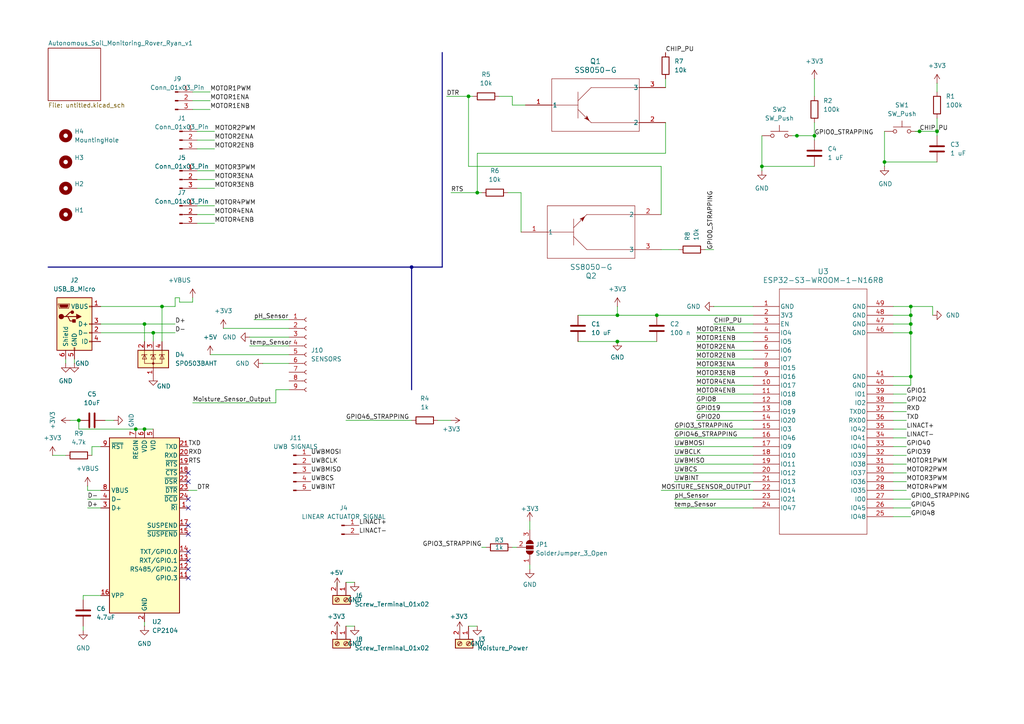
<source format=kicad_sch>
(kicad_sch (version 20231120) (generator "eeschema") (generator_version "8.0")
  (paper "A4")
  (lib_symbols
    (symbol "2024-11-11_01-31-27:SS8050-G" (pin_names (offset 0.254))
      (property "Reference" "Q" (at 20.32 12.7 0))
      (property "Value" "SS8050-G" (at 20.32 10.16 0))
      (symbol "SS8050-G_1_1"
        (pin unspecified line (at 0 0 0) (length 7.62) (name "1") (number "1"))
        (pin unspecified line (at 40.64 -5.08 180) (length 7.62) (name "2") (number "2"))
        (pin unspecified line (at 40.64 5.08 180) (length 7.62) (name "3") (number "3"))
      )
    )
    (symbol "2024-11-21_23-31-15:ESP32-S3-WROOM-1-N16R8" (pin_names (offset 0.254))
      (property "Reference" "U" (at 20.32 10.16 0))
      (property "Value" "ESP32-S3-WROOM-1-N16R8" (at 20.32 7.62 0))
      (symbol "ESP32-S3-WROOM-1-N16R8_0_1"
        (pin power_out line (at 0 0 0) (length 7.62) (name "GND") (number "1"))
        (pin bidirectional line (at 0 -22.86 0) (length 7.62) (name "IO17") (number "10"))
        (pin bidirectional line (at 0 -25.4 0) (length 7.62) (name "IO18") (number "11"))
        (pin bidirectional line (at 0 -27.94 0) (length 7.62) (name "IO8") (number "12"))
        (pin bidirectional line (at 0 -30.48 0) (length 7.62) (name "IO19") (number "13"))
        (pin bidirectional line (at 0 -33.02 0) (length 7.62) (name "IO20") (number "14"))
        (pin bidirectional line (at 0 -35.56 0) (length 7.62) (name "IO3") (number "15"))
        (pin bidirectional line (at 0 -38.1 0) (length 7.62) (name "IO46") (number "16"))
        (pin bidirectional line (at 0 -40.64 0) (length 7.62) (name "IO9") (number "17"))
        (pin bidirectional line (at 0 -43.18 0) (length 7.62) (name "IO10") (number "18"))
        (pin bidirectional line (at 0 -45.72 0) (length 7.62) (name "IO11") (number "19"))
        (pin power_in line (at 0 -2.54 0) (length 7.62) (name "3V3") (number "2"))
        (pin bidirectional line (at 0 -48.26 0) (length 7.62) (name "IO12") (number "20"))
        (pin bidirectional line (at 0 -50.8 0) (length 7.62) (name "IO13") (number "21"))
        (pin bidirectional line (at 0 -53.34 0) (length 7.62) (name "IO14") (number "22"))
        (pin bidirectional line (at 0 -55.88 0) (length 7.62) (name "IO21") (number "23"))
        (pin bidirectional line (at 0 -58.42 0) (length 7.62) (name "IO47") (number "24"))
        (pin bidirectional line (at 40.64 -60.96 180) (length 7.62) (name "IO48") (number "25"))
        (pin bidirectional line (at 40.64 -58.42 180) (length 7.62) (name "IO45") (number "26"))
        (pin bidirectional line (at 40.64 -55.88 180) (length 7.62) (name "IO0") (number "27"))
        (pin bidirectional line (at 40.64 -53.34 180) (length 7.62) (name "IO35") (number "28"))
        (pin bidirectional line (at 40.64 -50.8 180) (length 7.62) (name "IO36") (number "29"))
        (pin input line (at 0 -5.08 0) (length 7.62) (name "EN") (number "3"))
        (pin bidirectional line (at 40.64 -48.26 180) (length 7.62) (name "IO37") (number "30"))
        (pin bidirectional line (at 40.64 -45.72 180) (length 7.62) (name "IO38") (number "31"))
        (pin bidirectional line (at 40.64 -43.18 180) (length 7.62) (name "IO39") (number "32"))
        (pin bidirectional line (at 40.64 -40.64 180) (length 7.62) (name "IO40") (number "33"))
        (pin bidirectional line (at 40.64 -38.1 180) (length 7.62) (name "IO41") (number "34"))
        (pin bidirectional line (at 40.64 -35.56 180) (length 7.62) (name "IO42") (number "35"))
        (pin bidirectional line (at 40.64 -33.02 180) (length 7.62) (name "RXD0") (number "36"))
        (pin bidirectional line (at 40.64 -30.48 180) (length 7.62) (name "TXD0") (number "37"))
        (pin bidirectional line (at 40.64 -27.94 180) (length 7.62) (name "IO2") (number "38"))
        (pin bidirectional line (at 40.64 -25.4 180) (length 7.62) (name "IO1") (number "39"))
        (pin bidirectional line (at 0 -7.62 0) (length 7.62) (name "IO4") (number "4"))
        (pin power_out line (at 40.64 -22.86 180) (length 7.62) (name "GND") (number "40"))
        (pin power_out line (at 40.64 -20.32 180) (length 7.62) (name "GND") (number "41"))
        (pin power_out line (at 40.64 -7.62 180) (length 7.62) (name "GND") (number "46"))
        (pin power_out line (at 40.64 -5.08 180) (length 7.62) (name "GND") (number "47"))
        (pin power_out line (at 40.64 -2.54 180) (length 7.62) (name "GND") (number "48"))
        (pin power_out line (at 40.64 0 180) (length 7.62) (name "GND") (number "49"))
        (pin bidirectional line (at 0 -10.16 0) (length 7.62) (name "IO5") (number "5"))
        (pin bidirectional line (at 0 -12.7 0) (length 7.62) (name "IO6") (number "6"))
        (pin bidirectional line (at 0 -15.24 0) (length 7.62) (name "IO7") (number "7"))
        (pin bidirectional line (at 0 -17.78 0) (length 7.62) (name "IO15") (number "8"))
        (pin bidirectional line (at 0 -20.32 0) (length 7.62) (name "IO16") (number "9"))
      )
    )
    (symbol "Connector:Conn_01x02_Pin" (pin_names (offset 1.016) hide)
      (property "Reference" "J" (at 0 2.54 0))
      (property "Value" "Conn_01x02_Pin" (at 0 -5.08 0))
      (symbol "Conn_01x02_Pin_1_1"
        (pin passive line (at 5.08 0 180) (length 3.81) (name "Pin_1") (number "1"))
        (pin passive line (at 5.08 -2.54 180) (length 3.81) (name "Pin_2") (number "2"))
      )
    )
    (symbol "Connector:Conn_01x03_Pin" (pin_names (offset 1.016) hide)
      (property "Reference" "J" (at 0 5.08 0))
      (property "Value" "Conn_01x03_Pin" (at 0 -5.08 0))
      (symbol "Conn_01x03_Pin_1_1"
        (pin passive line (at 5.08 2.54 180) (length 3.81) (name "Pin_1") (number "1"))
        (pin passive line (at 5.08 0 180) (length 3.81) (name "Pin_2") (number "2"))
        (pin passive line (at 5.08 -2.54 180) (length 3.81) (name "Pin_3") (number "3"))
      )
    )
    (symbol "Connector:Conn_01x05_Pin" (pin_names (offset 1.016) hide)
      (property "Reference" "J" (at 0 7.62 0))
      (property "Value" "Conn_01x05_Pin" (at 0 -7.62 0))
      (symbol "Conn_01x05_Pin_1_1"
        (pin passive line (at 5.08 5.08 180) (length 3.81) (name "Pin_1") (number "1"))
        (pin passive line (at 5.08 2.54 180) (length 3.81) (name "Pin_2") (number "2"))
        (pin passive line (at 5.08 0 180) (length 3.81) (name "Pin_3") (number "3"))
        (pin passive line (at 5.08 -2.54 180) (length 3.81) (name "Pin_4") (number "4"))
        (pin passive line (at 5.08 -5.08 180) (length 3.81) (name "Pin_5") (number "5"))
      )
    )
    (symbol "Connector:Conn_01x09_Socket" (pin_names (offset 1.016) hide)
      (property "Reference" "J" (at 0 12.7 0))
      (property "Value" "Conn_01x09_Socket" (at 0 -12.7 0))
      (symbol "Conn_01x09_Socket_1_1"
        (pin passive line (at -5.08 10.16 0) (length 3.81) (name "Pin_1") (number "1"))
        (pin passive line (at -5.08 7.62 0) (length 3.81) (name "Pin_2") (number "2"))
        (pin passive line (at -5.08 5.08 0) (length 3.81) (name "Pin_3") (number "3"))
        (pin passive line (at -5.08 2.54 0) (length 3.81) (name "Pin_4") (number "4"))
        (pin passive line (at -5.08 0 0) (length 3.81) (name "Pin_5") (number "5"))
        (pin passive line (at -5.08 -2.54 0) (length 3.81) (name "Pin_6") (number "6"))
        (pin passive line (at -5.08 -5.08 0) (length 3.81) (name "Pin_7") (number "7"))
        (pin passive line (at -5.08 -7.62 0) (length 3.81) (name "Pin_8") (number "8"))
        (pin passive line (at -5.08 -10.16 0) (length 3.81) (name "Pin_9") (number "9"))
      )
    )
    (symbol "Connector:Screw_Terminal_01x02" (pin_names (offset 1.016) hide)
      (property "Reference" "J" (at 0 2.54 0))
      (property "Value" "Screw_Terminal_01x02" (at 0 -5.08 0))
      (symbol "Screw_Terminal_01x02_1_1"
        (pin passive line (at -5.08 0 0) (length 3.81) (name "Pin_1") (number "1"))
        (pin passive line (at -5.08 -2.54 0) (length 3.81) (name "Pin_2") (number "2"))
      )
    )
    (symbol "Connector:USB_B_Micro" (pin_names (offset 1.016))
      (property "Reference" "J" (at -5.08 11.43 0))
      (property "Value" "USB_B_Micro" (at -5.08 8.89 0))
      (symbol "USB_B_Micro_1_1"
        (pin power_out line (at 7.62 5.08 180) (length 2.54) (name "VBUS") (number "1"))
        (pin bidirectional line (at 7.62 -2.54 180) (length 2.54) (name "D-") (number "2"))
        (pin bidirectional line (at 7.62 0 180) (length 2.54) (name "D+") (number "3"))
        (pin passive line (at 7.62 -5.08 180) (length 2.54) (name "ID") (number "4"))
        (pin power_out line (at 0 -10.16 90) (length 2.54) (name "GND") (number "5"))
        (pin passive line (at -2.54 -10.16 90) (length 2.54) (name "Shield") (number "6"))
      )
    )
    (symbol "Device:C" (pin_numbers hide) (pin_names (offset 0.254))
      (property "Reference" "C" (at 0.635 2.54 0))
      (property "Value" "C" (at 0.635 -2.54 0))
      (symbol "C_1_1"
        (pin passive line (at 0 3.81 270) (length 2.794) (name "~") (number "1"))
        (pin passive line (at 0 -3.81 90) (length 2.794) (name "~") (number "2"))
      )
    )
    (symbol "Device:R" (pin_numbers hide) (pin_names (offset 0))
      (property "Reference" "R" (at 2.032 0 90))
      (property "Value" "R" (at 0 0 90))
      (symbol "R_1_1"
        (pin passive line (at 0 3.81 270) (length 1.27) (name "~") (number "1"))
        (pin passive line (at 0 -3.81 90) (length 1.27) (name "~") (number "2"))
      )
    )
    (symbol "Interface_USB:CP2104"
      (property "Reference" "U" (at -5.08 28.575 0))
      (property "Value" "CP2104" (at -5.08 26.67 0))
      (symbol "CP2104_1_1"
        (pin input line (at 12.7 5.08 180) (length 2.54) (name "~{RI}") (number "1"))
        (pin no_connect line (at 10.16 -20.32 180) (length 2.54) hide (name "NC") (number "10"))
        (pin bidirectional line (at 12.7 -15.24 180) (length 2.54) (name "GPIO.3") (number "11"))
        (pin bidirectional line (at 12.7 -12.7 180) (length 2.54) (name "RS485/GPIO.2") (number "12"))
        (pin bidirectional line (at 12.7 -10.16 180) (length 2.54) (name "RXT/GPIO.1") (number "13"))
        (pin bidirectional line (at 12.7 -7.62 180) (length 2.54) (name "TXT/GPIO.0") (number "14"))
        (pin output line (at 12.7 -2.54 180) (length 2.54) (name "~{SUSPEND}") (number "15"))
        (pin passive line (at -12.7 -20.32 0) (length 2.54) (name "VPP") (number "16"))
        (pin output line (at 12.7 0 180) (length 2.54) (name "SUSPEND") (number "17"))
        (pin input line (at 12.7 15.24 180) (length 2.54) (name "~{CTS}") (number "18"))
        (pin output line (at 12.7 17.78 180) (length 2.54) (name "~{RTS}") (number "19"))
        (pin power_in line (at 0 -27.94 90) (length 2.54) (name "GND") (number "2"))
        (pin input line (at 12.7 20.32 180) (length 2.54) (name "RXD") (number "20"))
        (pin output line (at 12.7 22.86 180) (length 2.54) (name "TXD") (number "21"))
        (pin input line (at 12.7 12.7 180) (length 2.54) (name "~{DSR}") (number "22"))
        (pin output line (at 12.7 10.16 180) (length 2.54) (name "~{DTR}") (number "23"))
        (pin input line (at 12.7 7.62 180) (length 2.54) (name "~{DCD}") (number "24"))
        (pin passive line (at 0 -27.94 90) (length 2.54) hide (name "GND") (number "25"))
        (pin bidirectional line (at -12.7 5.08 0) (length 2.54) (name "D+") (number "3"))
        (pin bidirectional line (at -12.7 7.62 0) (length 2.54) (name "D-") (number "4"))
        (pin power_in line (at 2.54 27.94 270) (length 2.54) (name "VIO") (number "5"))
        (pin power_in line (at 0 27.94 270) (length 2.54) (name "VDD") (number "6"))
        (pin power_in line (at -2.54 27.94 270) (length 2.54) (name "REGIN") (number "7"))
        (pin input line (at -12.7 10.16 0) (length 2.54) (name "VBUS") (number "8"))
        (pin bidirectional line (at -12.7 22.86 0) (length 2.54) (name "~{RST}") (number "9"))
      )
    )
    (symbol "Jumper:SolderJumper_3_Open" (pin_names (offset 0) hide)
      (property "Reference" "JP" (at -2.54 -2.54 0))
      (property "Value" "SolderJumper_3_Open" (at 0 2.794 0))
      (symbol "SolderJumper_3_Open_1_1"
        (pin passive line (at -5.08 0 0) (length 2.54) (name "A") (number "1"))
        (pin passive line (at 0 -3.81 90) (length 2.54) (name "C") (number "2"))
        (pin passive line (at 5.08 0 180) (length 2.54) (name "B") (number "3"))
      )
    )
    (symbol "Mechanical:MountingHole" (pin_names (offset 1.016)) (exclude_from_sim yes) (in_bom no)
      (property "Reference" "H" (at 0 5.08 0))
      (property "Value" "MountingHole" (at 0 3.175 0))
    )
    (symbol "Power_Protection:SP0503BAHT" (pin_names hide)
      (property "Reference" "D" (at 5.715 2.54 0))
      (property "Value" "SP0503BAHT" (at 5.715 0.635 0))
      (symbol "SP0503BAHT_0_0"
        (pin passive line (at 0 -5.08 90) (length 2.54) (name "A") (number "1"))
      )
      (symbol "SP0503BAHT_1_1"
        (pin passive line (at -2.54 5.08 270) (length 2.54) (name "K") (number "2"))
        (pin passive line (at 0 5.08 270) (length 2.54) (name "K") (number "3"))
        (pin passive line (at 2.54 5.08 270) (length 2.54) (name "K") (number "4"))
      )
    )
    (symbol "Switch:SW_Push" (pin_numbers hide) (pin_names (offset 1.016) hide)
      (property "Reference" "SW" (at 1.27 2.54 0))
      (property "Value" "SW_Push" (at 0 -1.524 0))
      (symbol "SW_Push_0_1"
        (pin passive line (at -5.08 0 0) (length 2.54) (name "1") (number "1"))
        (pin passive line (at 5.08 0 180) (length 2.54) (name "2") (number "2"))
      )
    )
    (symbol "basic:R" (pin_numbers hide) (pin_names (offset 0))
      (property "Value" "R" (at 0 0 90))
      (symbol "R_1_1"
        (pin passive line (at 0 3.81 270) (length 1.27) (name "~") (number "1"))
        (pin passive line (at 0 -3.81 90) (length 1.27) (name "~") (number "2"))
      )
    )
    (symbol "power:+12V" (power) (pin_numbers hide) (pin_names (offset 0) hide)
      (property "Value" "+12V" (at 0 3.556 0))
      (symbol "+12V_1_1"
        (pin power_in line (at 0 0 90) (length 0) (name "~") (number "1"))
      )
    )
    (symbol "power:+3V3" (power) (pin_numbers hide) (pin_names (offset 0) hide)
      (property "Value" "+3V3" (at 0 3.556 0))
      (symbol "+3V3_1_1"
        (pin power_in line (at 0 0 90) (length 0) (name "~") (number "1"))
      )
    )
    (symbol "power:+5V" (power) (pin_numbers hide) (pin_names (offset 0) hide)
      (property "Value" "+5V" (at 0 3.556 0))
      (symbol "+5V_1_1"
        (pin power_in line (at 0 0 90) (length 0) (name "~") (number "1"))
      )
    )
    (symbol "power:GND" (power) (pin_numbers hide) (pin_names (offset 0) hide)
      (property "Value" "GND" (at 0 -3.81 0))
      (symbol "GND_1_1"
        (pin power_in line (at 0 0 270) (length 0) (name "~") (number "1"))
      )
    )
  )
  (junction (at 39.37 124.46))
  (junction (at 190.5 91.44))
  (junction (at 220.98 48.26))
  (junction (at 119.38 77.47))
  (junction (at 44.45 96.52))
  (junction (at 179.07 91.44))
  (junction (at 46.99 88.9))
  (junction (at 135.89 27.94))
  (junction (at 271.78 38.1))
  (junction (at 264.16 93.98))
  (junction (at 138.43 55.88))
  (junction (at 236.22 39.37))
  (junction (at 41.91 124.46))
  (junction (at 22.86 121.92))
  (junction (at 264.16 96.52))
  (junction (at 264.16 88.9))
  (junction (at 256.54 46.99))
  (junction (at 266.7 38.1))
  (junction (at 41.91 93.98))
  (junction (at 231.14 39.37))
  (junction (at 264.16 109.22))
  (junction (at 264.16 91.44))
  (junction (at 179.07 99.06))
  (no_connect (at 54.61 152.4))
  (no_connect (at 54.61 162.56))
  (no_connect (at 54.61 139.7))
  (no_connect (at 54.61 167.64))
  (no_connect (at 54.61 137.16))
  (no_connect (at 54.61 165.1))
  (no_connect (at 54.61 154.94))
  (no_connect (at 54.61 160.02))
  (no_connect (at 54.61 147.32))
  (no_connect (at 54.61 144.78))
  (wire (pts (xy 129.54 27.94) (xy 135.89 27.94)))
  (wire (pts (xy 256.54 46.99) (xy 256.54 48.26)))
  (wire (pts (xy 39.37 124.46) (xy 41.91 124.46)))
  (wire (pts (xy 26.67 132.08) (xy 26.67 129.54)))
  (wire (pts (xy 80.01 116.84) (xy 80.01 113.03)))
  (wire (pts (xy 44.45 96.52) (xy 44.45 99.06)))
  (wire (pts (xy 139.7 158.75) (xy 140.97 158.75)))
  (wire (pts (xy 193.04 44.45) (xy 193.04 35.56)))
  (wire (pts (xy 26.67 129.54) (xy 29.21 129.54)))
  (wire (pts (xy 259.08 119.38) (xy 262.89 119.38)))
  (wire (pts (xy 220.98 48.26) (xy 220.98 49.53)))
  (wire (pts (xy 52.07 87.63) (xy 55.88 87.63)))
  (wire (pts (xy 57.15 64.77) (xy 62.23 64.77)))
  (wire (pts (xy 259.08 127) (xy 262.89 127)))
  (wire (pts (xy 271.78 38.1) (xy 271.78 39.37)))
  (wire (pts (xy 256.54 46.99) (xy 271.78 46.99)))
  (wire (pts (xy 60.96 102.87) (xy 83.82 102.87)))
  (wire (pts (xy 204.47 72.39) (xy 207.01 72.39)))
  (wire (pts (xy 266.7 38.1) (xy 271.78 38.1)))
  (wire (pts (xy 76.2 105.41) (xy 83.82 105.41)))
  (wire (pts (xy 193.04 22.86) (xy 193.04 25.4)))
  (wire (pts (xy 41.91 124.46) (xy 44.45 124.46)))
  (bus (pts (xy 13.97 77.47) (xy 119.38 77.47)))
  (wire (pts (xy 46.99 88.9) (xy 50.8 88.9)))
  (wire (pts (xy 256.54 38.1) (xy 256.54 46.99)))
  (wire (pts (xy 152.4 30.48) (xy 148.59 30.48)))
  (wire (pts (xy 271.78 24.13) (xy 271.78 26.67)))
  (wire (pts (xy 195.58 144.78) (xy 218.44 144.78)))
  (wire (pts (xy 191.77 72.39) (xy 196.85 72.39)))
  (wire (pts (xy 80.01 113.03) (xy 83.82 113.03)))
  (wire (pts (xy 201.93 114.3) (xy 218.44 114.3)))
  (wire (pts (xy 57.15 62.23) (xy 62.23 62.23)))
  (wire (pts (xy 264.16 93.98) (xy 264.16 91.44)))
  (wire (pts (xy 41.91 93.98) (xy 41.91 99.06)))
  (wire (pts (xy 195.58 124.46) (xy 218.44 124.46)))
  (wire (pts (xy 259.08 142.24) (xy 262.89 142.24)))
  (wire (pts (xy 201.93 121.92) (xy 218.44 121.92)))
  (wire (pts (xy 135.89 27.94) (xy 135.89 48.26)))
  (wire (pts (xy 55.88 31.75) (xy 60.96 31.75)))
  (wire (pts (xy 57.15 40.64) (xy 62.23 40.64)))
  (wire (pts (xy 229.87 39.37) (xy 231.14 39.37)))
  (wire (pts (xy 201.93 109.22) (xy 218.44 109.22)))
  (wire (pts (xy 207.01 88.9) (xy 218.44 88.9)))
  (wire (pts (xy 195.58 139.7) (xy 218.44 139.7)))
  (wire (pts (xy 44.45 96.52) (xy 50.8 96.52)))
  (wire (pts (xy 57.15 49.53) (xy 62.23 49.53)))
  (wire (pts (xy 195.58 129.54) (xy 218.44 129.54)))
  (wire (pts (xy 195.58 137.16) (xy 218.44 137.16)))
  (wire (pts (xy 73.66 92.71) (xy 83.82 92.71)))
  (wire (pts (xy 264.16 111.76) (xy 264.16 109.22)))
  (wire (pts (xy 25.4 147.32) (xy 29.21 147.32)))
  (wire (pts (xy 264.16 88.9) (xy 270.51 88.9)))
  (wire (pts (xy 97.79 182.88) (xy 97.79 181.61)))
  (wire (pts (xy 57.15 52.07) (xy 62.23 52.07)))
  (wire (pts (xy 57.15 54.61) (xy 62.23 54.61)))
  (wire (pts (xy 220.98 39.37) (xy 220.98 48.26)))
  (wire (pts (xy 201.93 116.84) (xy 218.44 116.84)))
  (wire (pts (xy 179.07 88.9) (xy 179.07 91.44)))
  (wire (pts (xy 50.8 86.36) (xy 52.07 86.36)))
  (wire (pts (xy 72.39 100.33) (xy 83.82 100.33)))
  (wire (pts (xy 127 121.92) (xy 130.81 121.92)))
  (wire (pts (xy 29.21 96.52) (xy 44.45 96.52)))
  (wire (pts (xy 135.89 27.94) (xy 137.16 27.94)))
  (wire (pts (xy 153.67 151.13) (xy 153.67 153.67)))
  (wire (pts (xy 207.01 93.98) (xy 218.44 93.98)))
  (wire (pts (xy 138.43 55.88) (xy 139.7 55.88)))
  (wire (pts (xy 55.88 29.21) (xy 60.96 29.21)))
  (wire (pts (xy 201.93 106.68) (xy 218.44 106.68)))
  (wire (pts (xy 55.88 116.84) (xy 80.01 116.84)))
  (wire (pts (xy 236.22 22.86) (xy 236.22 27.94)))
  (wire (pts (xy 22.86 121.92) (xy 22.86 124.46)))
  (wire (pts (xy 55.88 87.63) (xy 55.88 86.36)))
  (wire (pts (xy 20.32 121.92) (xy 22.86 121.92)))
  (wire (pts (xy 259.08 134.62) (xy 262.89 134.62)))
  (wire (pts (xy 100.33 168.91) (xy 102.87 168.91)))
  (wire (pts (xy 97.79 170.18) (xy 97.79 168.91)))
  (wire (pts (xy 201.93 99.06) (xy 218.44 99.06)))
  (wire (pts (xy 167.64 91.44) (xy 179.07 91.44)))
  (wire (pts (xy 259.08 96.52) (xy 264.16 96.52)))
  (wire (pts (xy 130.81 55.88) (xy 138.43 55.88)))
  (wire (pts (xy 195.58 134.62) (xy 218.44 134.62)))
  (wire (pts (xy 46.99 99.06) (xy 46.99 88.9)))
  (wire (pts (xy 195.58 147.32) (xy 218.44 147.32)))
  (wire (pts (xy 259.08 111.76) (xy 264.16 111.76)))
  (wire (pts (xy 151.13 55.88) (xy 147.32 55.88)))
  (bus (pts (xy 128.27 15.24) (xy 128.27 77.47)))
  (wire (pts (xy 259.08 88.9) (xy 264.16 88.9)))
  (wire (pts (xy 259.08 129.54) (xy 262.89 129.54)))
  (wire (pts (xy 259.08 91.44) (xy 264.16 91.44)))
  (wire (pts (xy 236.22 39.37) (xy 236.22 35.56)))
  (wire (pts (xy 52.07 86.36) (xy 52.07 87.63)))
  (wire (pts (xy 151.13 67.31) (xy 151.13 55.88)))
  (wire (pts (xy 264.16 91.44) (xy 264.16 88.9)))
  (wire (pts (xy 135.89 181.61) (xy 138.43 181.61)))
  (wire (pts (xy 236.22 39.37) (xy 236.22 40.64)))
  (wire (pts (xy 24.13 173.99) (xy 24.13 172.72)))
  (wire (pts (xy 148.59 158.75) (xy 149.86 158.75)))
  (wire (pts (xy 179.07 91.44) (xy 190.5 91.44)))
  (wire (pts (xy 33.02 121.92) (xy 30.48 121.92)))
  (wire (pts (xy 57.15 59.69) (xy 62.23 59.69)))
  (wire (pts (xy 29.21 142.24) (xy 25.4 142.24)))
  (wire (pts (xy 50.8 88.9) (xy 50.8 86.36)))
  (wire (pts (xy 148.59 30.48) (xy 148.59 27.94)))
  (wire (pts (xy 259.08 114.3) (xy 262.89 114.3)))
  (wire (pts (xy 201.93 96.52) (xy 218.44 96.52)))
  (wire (pts (xy 19.05 105.41) (xy 19.05 104.14)))
  (wire (pts (xy 29.21 93.98) (xy 41.91 93.98)))
  (wire (pts (xy 259.08 132.08) (xy 262.89 132.08)))
  (wire (pts (xy 259.08 109.22) (xy 264.16 109.22)))
  (wire (pts (xy 259.08 124.46) (xy 262.89 124.46)))
  (wire (pts (xy 64.77 95.25) (xy 83.82 95.25)))
  (wire (pts (xy 195.58 132.08) (xy 218.44 132.08)))
  (wire (pts (xy 259.08 93.98) (xy 264.16 93.98)))
  (wire (pts (xy 25.4 144.78) (xy 29.21 144.78)))
  (wire (pts (xy 41.91 181.61) (xy 41.91 180.34)))
  (wire (pts (xy 100.33 181.61) (xy 102.87 181.61)))
  (wire (pts (xy 201.93 101.6) (xy 218.44 101.6)))
  (wire (pts (xy 264.16 109.22) (xy 264.16 96.52)))
  (wire (pts (xy 259.08 121.92) (xy 262.89 121.92)))
  (wire (pts (xy 201.93 104.14) (xy 218.44 104.14)))
  (bus (pts (xy 119.38 77.47) (xy 128.27 77.47)))
  (wire (pts (xy 191.77 142.24) (xy 218.44 142.24)))
  (wire (pts (xy 21.59 104.14) (xy 21.59 105.41)))
  (wire (pts (xy 201.93 111.76) (xy 218.44 111.76)))
  (wire (pts (xy 100.33 121.92) (xy 119.38 121.92)))
  (bus (pts (xy 119.38 77.47) (xy 119.38 113.03)))
  (wire (pts (xy 153.67 163.83) (xy 153.67 165.1)))
  (wire (pts (xy 259.08 144.78) (xy 264.16 144.78)))
  (wire (pts (xy 22.86 124.46) (xy 39.37 124.46)))
  (wire (pts (xy 29.21 88.9) (xy 46.99 88.9)))
  (wire (pts (xy 220.98 48.26) (xy 236.22 48.26)))
  (wire (pts (xy 15.24 132.08) (xy 19.05 132.08)))
  (wire (pts (xy 231.14 39.37) (xy 236.22 39.37)))
  (wire (pts (xy 57.15 38.1) (xy 62.23 38.1)))
  (wire (pts (xy 57.15 43.18) (xy 62.23 43.18)))
  (wire (pts (xy 270.51 88.9) (xy 270.51 91.44)))
  (wire (pts (xy 259.08 139.7) (xy 262.89 139.7)))
  (wire (pts (xy 133.35 182.88) (xy 133.35 181.61)))
  (wire (pts (xy 259.08 116.84) (xy 262.89 116.84)))
  (wire (pts (xy 41.91 93.98) (xy 50.8 93.98)))
  (wire (pts (xy 148.59 27.94) (xy 144.78 27.94)))
  (wire (pts (xy 259.08 147.32) (xy 264.16 147.32)))
  (wire (pts (xy 271.78 38.1) (xy 271.78 34.29)))
  (wire (pts (xy 57.15 142.24) (xy 54.61 142.24)))
  (wire (pts (xy 138.43 44.45) (xy 193.04 44.45)))
  (wire (pts (xy 195.58 127) (xy 218.44 127)))
  (wire (pts (xy 24.13 182.88) (xy 24.13 181.61)))
  (wire (pts (xy 135.89 48.26) (xy 191.77 48.26)))
  (wire (pts (xy 179.07 99.06) (xy 190.5 99.06)))
  (wire (pts (xy 25.4 142.24) (xy 25.4 140.97)))
  (wire (pts (xy 259.08 137.16) (xy 262.89 137.16)))
  (wire (pts (xy 259.08 149.86) (xy 264.16 149.86)))
  (wire (pts (xy 201.93 119.38) (xy 218.44 119.38)))
  (wire (pts (xy 265.43 38.1) (xy 266.7 38.1)))
  (wire (pts (xy 190.5 91.44) (xy 218.44 91.44)))
  (wire (pts (xy 24.13 172.72) (xy 29.21 172.72)))
  (wire (pts (xy 264.16 96.52) (xy 264.16 93.98)))
  (wire (pts (xy 191.77 48.26) (xy 191.77 62.23)))
  (wire (pts (xy 138.43 55.88) (xy 138.43 44.45)))
  (wire (pts (xy 72.39 97.79) (xy 83.82 97.79)))
  (wire (pts (xy 55.88 26.67) (xy 60.96 26.67)))
  (wire (pts (xy 167.64 99.06) (xy 179.07 99.06)))
  (label "UWBCLK" (at 90.17 134.62 0))
  (label "pH_Sensor" (at 195.58 144.78 0))
  (label "MOTOR4ENB" (at 201.93 114.3 0))
  (label "TXD" (at 262.89 121.92 0))
  (label "CHIP_PU" (at 207.01 93.98 0))
  (label "GPIO0_STRAPPING" (at 236.22 39.37 0))
  (label "GPIO39" (at 262.89 132.08 0))
  (label "RXD" (at 54.61 132.08 0))
  (label "MOTOR1ENA" (at 60.96 29.21 0))
  (label "MOTOR4ENB" (at 62.23 64.77 0))
  (label "MOTOR4PWM" (at 262.89 142.24 0))
  (label "GPIO46_STRAPPING" (at 195.58 127 0))
  (label "temp_Sensor" (at 195.58 147.32 0))
  (label "temp_Sensor" (at 72.39 100.33 0))
  (label "GPIO3_STRAPPING" (at 139.7 158.75 180))
  (label "GPIO0_STRAPPING" (at 264.16 144.78 0))
  (label "GPIO2" (at 262.89 116.84 0))
  (label "UWBMOSI" (at 195.58 129.54 0))
  (label "LINACT+" (at 262.89 124.46 0))
  (label "MOTOR3ENA" (at 201.93 106.68 0))
  (label "UWBCS" (at 195.58 137.16 0))
  (label "MOTOR3ENB" (at 62.23 54.61 0))
  (label "TXD" (at 54.61 129.54 0))
  (label "MOTOR1ENB" (at 60.96 31.75 0))
  (label "GPIO8" (at 201.93 116.84 0))
  (label "CHIP_PU" (at 266.7 38.1 0))
  (label "MOTOR1ENA" (at 201.93 96.52 0))
  (label "UWBINT" (at 90.17 142.24 0))
  (label "GPIO46_STRAPPING" (at 100.33 121.92 0))
  (label "MOSITURE_SENSOR_OUTPUT" (at 191.77 142.24 0))
  (label "LINACT-" (at 262.89 127 0))
  (label "D-" (at 50.8 96.52 0))
  (label "GPIO45" (at 264.16 147.32 0))
  (label "UWBINT" (at 195.58 139.7 0))
  (label "MOTOR1ENB" (at 201.93 99.06 0))
  (label "LINACT-" (at 104.14 154.94 0))
  (label "UWBMOSI" (at 90.17 132.08 0))
  (label "pH_Sensor" (at 73.66 92.71 0))
  (label "MOTOR3ENB" (at 201.93 109.22 0))
  (label "LINACT+" (at 104.14 152.4 0))
  (label "MOTOR2ENB" (at 62.23 43.18 0))
  (label "MOTOR2ENA" (at 201.93 101.6 0))
  (label "Moisture_Sensor_Output" (at 55.88 116.84 0))
  (label "GPIO1" (at 262.89 114.3 0))
  (label "UWBMISO" (at 195.58 134.62 0))
  (label "RXD" (at 262.89 119.38 0))
  (label "GPIO40" (at 262.89 129.54 0))
  (label "GPIO20" (at 201.93 121.92 0))
  (label "RTS" (at 54.61 134.62 0))
  (label "MOTOR2PWM" (at 262.89 137.16 0))
  (label "D+" (at 25.4 147.32 0))
  (label "MOTOR4ENA" (at 201.93 111.76 0))
  (label "GPIO19" (at 201.93 119.38 0))
  (label "UWBCLK" (at 195.58 132.08 0))
  (label "MOTOR4PWM" (at 62.23 59.69 0))
  (label "MOTOR1PWM" (at 60.96 26.67 0))
  (label "DTR" (at 57.15 142.24 0))
  (label "MOTOR3PWM" (at 62.23 49.53 0))
  (label "GPIO48" (at 264.16 149.86 0))
  (label "DTR" (at 129.54 27.94 0))
  (label "CHIP_PU" (at 193.04 15.24 0))
  (label "RTS" (at 130.81 55.88 0))
  (label "GPIO0_STRAPPING" (at 207.01 72.39 90))
  (label "MOTOR1PWM" (at 262.89 134.62 0))
  (label "MOTOR3ENA" (at 62.23 52.07 0))
  (label "MOTOR4ENA" (at 62.23 62.23 0))
  (label "UWBMISO" (at 90.17 137.16 0))
  (label "MOTOR2PWM" (at 62.23 38.1 0))
  (label "D+" (at 50.8 93.98 0))
  (label "MOTOR3PWM" (at 262.89 139.7 0))
  (label "D-" (at 25.4 144.78 0))
  (label "MOTOR2ENA" (at 62.23 40.64 0))
  (label "GPIO3_STRAPPING" (at 195.58 124.46 0))
  (label "MOTOR2ENB" (at 201.93 104.14 0))
  (label "UWBCS" (at 90.17 139.7 0))
  (symbol (lib_id "Device:C") (at 236.22 44.45 0) (unit 1)
    (property "Reference" "C4" (at 240.03 43.1799 0) (effects (justify left)))
    (property "Value" "1 uF" (at 240.03 45.7199 0) (effects (justify left)))
    (property "Footprint" "Capacitor_SMD:C_0805_2012Metric_Pad1.18x1.45mm_HandSolder" (effects (hide yes)))
    (property "Description" "Unpolarized capacitor" (effects (hide yes)))
  )
  (symbol (lib_id "power:+3V3") (at 15.24 132.08 0) (unit 1)
    (property "Reference" "#PWR033" (effects (hide yes)))
    (property "Value" "+3V3" (at 15.24 127 0))
    (property "Description" "Power symbol creates a global label with name \"+3V3\"" (effects (hide yes)))
  )
  (symbol (lib_id "power:GND") (at 19.05 105.41 0) (unit 1)
    (property "Reference" "#PWR034" (effects (hide yes)))
    (property "Value" "GND" (at 19.05 110.49 0))
    (property "Description" "Power symbol creates a global label with name \"GND\" , ground" (effects (hide yes)))
  )
  (symbol (lib_id "Connector:Conn_01x02_Pin") (at 99.06 152.4 0) (unit 1)
    (property "Reference" "J4" (at 99.695 147.32 0))
    (property "Value" "LINEAR ACTUATOR SIGNAL" (at 99.695 149.86 0))
    (property "Footprint" "TerminalBlock_Phoenix:TerminalBlock_Phoenix_MKDS-1,5-2-5.08_1x02_P5.08mm_Horizontal" (effects (hide yes)))
    (property "Description" "Generic connector, single row, 01x02, script generated" (effects (hide yes)))
  )
  (symbol (lib_id "power:GND") (at 76.2 105.41 270) (unit 1)
    (property "Reference" "#PWR051" (effects (hide yes)))
    (property "Value" "GND" (at 72.39 105.4099 90) (effects (justify right)))
    (property "Description" "Power symbol creates a global label with name \"GND\" , ground" (effects (hide yes)))
  )
  (symbol (lib_id "Device:C") (at 271.78 43.18 0) (unit 1)
    (property "Reference" "C3" (at 275.59 41.9099 0) (effects (justify left)))
    (property "Value" "1 uF" (at 275.59 44.4499 0) (effects (justify left)))
    (property "Footprint" "Capacitor_SMD:C_0805_2012Metric_Pad1.18x1.45mm_HandSolder" (effects (hide yes)))
    (property "Description" "Unpolarized capacitor" (effects (hide yes)))
  )
  (symbol (lib_id "Interface_USB:CP2104") (at 41.91 152.4 0) (unit 1)
    (property "Reference" "U2" (at 44.1041 180.34 0) (effects (justify left)))
    (property "Value" "CP2104" (at 44.1041 182.88 0) (effects (justify left)))
    (property "Footprint" "Package_DFN_QFN:QFN-24-1EP_4x4mm_P0.5mm_EP2.6x2.6mm" (effects (hide yes)))
    (property "Datasheet" "https://www.silabs.com/documents/public/data-sheets/cp2104.pdf" (effects (hide yes)))
    (property "Description" "Single-Chip USB-to-UART Bridge, USB 2.0 Full-Speed, 2Mbps UART, QFN-24" (effects (hide yes)))
  )
  (symbol (lib_id "Device:R") (at 140.97 27.94 270) (unit 1)
    (property "Reference" "R5" (at 140.97 21.59 90))
    (property "Value" "10k" (at 140.97 24.13 90))
    (property "Footprint" "Resistor_SMD:R_0805_2012Metric_Pad1.20x1.40mm_HandSolder" (effects (hide yes)))
    (property "Description" "Resistor" (effects (hide yes)))
  )
  (symbol (lib_id "power:GND") (at 102.87 168.91 0) (unit 1)
    (property "Reference" "#PWR028" (effects (hide yes)))
    (property "Value" "GND" (at 102.87 173.99 0))
    (property "Description" "Power symbol creates a global label with name \"GND\" , ground" (effects (hide yes)))
  )
  (symbol (lib_id "Connector:Screw_Terminal_01x02") (at 135.89 186.69 270) (unit 1)
    (property "Reference" "J3" (at 138.43 185.4199 90) (effects (justify left)))
    (property "Value" "Moisture_Power" (at 138.43 187.9599 90) (effects (justify left)))
    (property "Footprint" "TerminalBlock_Phoenix:TerminalBlock_Phoenix_MKDS-1,5-2-5.08_1x02_P5.08mm_Horizontal" (effects (hide yes)))
    (property "Description" "Generic screw terminal, single row, 01x02, script generated (kicad-library-utils/schlib/autogen/connector/)" (effects (hide yes)))
  )
  (symbol (lib_id "power:GND") (at 138.43 181.61 0) (unit 1)
    (property "Reference" "#PWR012" (effects (hide yes)))
    (property "Value" "GND" (at 138.43 186.69 0))
    (property "Description" "Power symbol creates a global label with name \"GND\" , ground" (effects (hide yes)))
  )
  (symbol (lib_id "power:+3V3") (at 153.67 151.13 0) (unit 1)
    (property "Reference" "#PWR08" (effects (hide yes)))
    (property "Value" "+3V3" (at 153.67 147.5542 0))
  )
  (symbol (lib_id "Connector:Conn_01x03_Pin") (at 52.07 40.64 0) (unit 1)
    (property "Reference" "J1" (at 52.705 34.29 0))
    (property "Value" "Conn_01x03_Pin" (at 52.705 36.83 0))
    (property "Footprint" "Connector_PinHeader_1.00mm:PinHeader_1x03_P1.00mm_Horizontal" (effects (hide yes)))
    (property "Description" "Generic connector, single row, 01x03, script generated" (effects (hide yes)))
  )
  (symbol (lib_id "power:GND") (at 256.54 48.26 0) (unit 1)
    (property "Reference" "#PWR04" (effects (hide yes)))
    (property "Value" "GND" (at 256.794 53.34 0))
    (property "Description" "Power symbol creates a global label with name \"GND\" , ground" (effects (hide yes)))
  )
  (symbol (lib_id "power:+3V3") (at 60.96 102.87 0) (unit 1)
    (property "Reference" "#PWR070" (effects (hide yes)))
    (property "Value" "+5V" (at 60.96 97.79 0))
    (property "Description" "Power symbol creates a global label with name \"+3V3\"" (effects (hide yes)))
  )
  (symbol (lib_id "Connector:Screw_Terminal_01x02") (at 100.33 173.99 270) (unit 1)
    (property "Reference" "J6" (at 102.87 172.7199 90) (effects (justify left)))
    (property "Value" "Screw_Terminal_01x02" (at 102.87 175.2599 90) (effects (justify left)))
    (property "Footprint" "TerminalBlock_Phoenix:TerminalBlock_Phoenix_MKDS-1,5-2-5.08_1x02_P5.08mm_Horizontal" (effects (hide yes)))
    (property "Description" "Generic screw terminal, single row, 01x02, script generated (kicad-library-utils/schlib/autogen/connector/)" (effects (hide yes)))
  )
  (symbol (lib_id "power:GND") (at 153.67 165.1 0) (unit 1)
    (property "Reference" "#PWR09" (effects (hide yes)))
    (property "Value" "GND" (at 153.67 169.5434 0))
  )
  (symbol (lib_id "power:+12V") (at 97.79 170.18 0) (unit 1)
    (property "Reference" "#PWR027" (effects (hide yes)))
    (property "Value" "+5V" (at 97.536 166.116 0))
    (property "Description" "Power symbol creates a global label with name \"+12V\"" (effects (hide yes)))
  )
  (symbol (lib_id "power:GND") (at 33.02 121.92 90) (unit 1)
    (property "Reference" "#PWR021" (effects (hide yes)))
    (property "Value" "GND" (at 38.1 121.92 0))
    (property "Description" "Power symbol creates a global label with name \"GND\" , ground" (effects (hide yes)))
  )
  (symbol (lib_id "Connector:Conn_01x09_Socket") (at 88.9 102.87 0) (unit 1)
    (property "Reference" "J10" (at 90.17 101.5999 0) (effects (justify left)))
    (property "Value" "SENSORS" (at 90.17 104.1399 0) (effects (justify left)))
    (property "Footprint" "Connector_PinHeader_2.54mm:PinHeader_1x09_P2.54mm_Vertical" (effects (hide yes)))
    (property "Description" "Generic connector, single row, 01x09, script generated" (effects (hide yes)))
  )
  (symbol (lib_id "power:GND") (at 41.91 181.61 0) (unit 1)
    (property "Reference" "#PWR020" (effects (hide yes)))
    (property "Value" "GND" (at 41.91 186.69 0))
    (property "Description" "Power symbol creates a global label with name \"GND\" , ground" (effects (hide yes)))
  )
  (symbol (lib_id "Device:R") (at 22.86 132.08 90) (unit 1)
    (property "Reference" "R9" (at 22.86 125.73 90))
    (property "Value" "4.7k" (at 22.86 128.27 90))
    (property "Footprint" "Resistor_SMD:R_0805_2012Metric_Pad1.20x1.40mm_HandSolder" (effects (hide yes)))
    (property "Description" "Resistor" (effects (hide yes)))
  )
  (symbol (lib_id "power:+3V3") (at 20.32 121.92 90) (unit 1)
    (property "Reference" "#PWR022" (effects (hide yes)))
    (property "Value" "+3V3" (at 15.24 121.92 0))
    (property "Description" "Power symbol creates a global label with name \"+3V3\"" (effects (hide yes)))
  )
  (symbol (lib_id "Device:C") (at 24.13 177.8 0) (unit 1)
    (property "Reference" "C6" (at 27.94 176.5299 0) (effects (justify left)))
    (property "Value" "4.7uF" (at 27.94 179.0699 0) (effects (justify left)))
    (property "Footprint" "Capacitor_SMD:C_0805_2012Metric_Pad1.18x1.45mm_HandSolder" (effects (hide yes)))
    (property "Description" "Unpolarized capacitor" (effects (hide yes)))
  )
  (symbol (lib_id "Switch:SW_Push") (at 261.62 38.1 0) (unit 1)
    (property "Reference" "SW1" (at 261.62 30.48 0))
    (property "Value" "SW_Push" (at 261.62 33.02 0))
    (property "Footprint" "Button_Switch_THT:SW_PUSH_6mm_H5mm" (effects (hide yes)))
    (property "Description" "Push button switch, generic, two pins" (effects (hide yes)))
  )
  (symbol (lib_id "power:GND") (at 72.39 97.79 270) (unit 1)
    (property "Reference" "#PWR050" (effects (hide yes)))
    (property "Value" "GND" (at 68.58 97.7899 90) (effects (justify right)))
    (property "Description" "Power symbol creates a global label with name \"GND\" , ground" (effects (hide yes)))
  )
  (symbol (lib_id "power:+3V3") (at 236.22 22.86 0) (unit 1)
    (property "Reference" "#PWR07" (effects (hide yes)))
    (property "Value" "+3V3" (at 236.22 17.78 0))
    (property "Description" "Power symbol creates a global label with name \"+3V3\"" (effects (hide yes)))
  )
  (symbol (lib_id "power:+5V") (at 55.88 86.36 0) (unit 1)
    (property "Reference" "#PWR018" (effects (hide yes)))
    (property "Value" "+VBUS" (at 52.07 81.28 0))
    (property "Description" "Power symbol creates a global label with name \"+5V\"" (effects (hide yes)))
  )
  (symbol (lib_id "Mechanical:MountingHole") (at 19.05 39.37 0) (unit 1) (exclude_from_sim yes) (in_bom no)
    (property "Reference" "H4" (at 21.59 38.0999 0) (effects (justify left)))
    (property "Value" "MountingHole" (at 21.59 40.6399 0) (effects (justify left)))
    (property "Footprint" "MountingHole:MountingHole_3.2mm_M3" (effects (hide yes)))
    (property "Description" "Mounting Hole without connection" (effects (hide yes)))
  )
  (symbol (lib_id "2024-11-21_23-31-15:ESP32-S3-WROOM-1-N16R8") (at 218.44 88.9 0) (unit 1)
    (property "Reference" "U3" (at 238.76 78.74 0) (effects (font (size 1.524 1.524))))
    (property "Value" "ESP32-S3-WROOM-1-N16R8" (at 238.76 81.28 0) (effects (font (size 1.524 1.524))))
    (property "Footprint" "ESP32 S3 WROOM 1 N16R8:ESP32-S3-WROOM-1_EXP" (effects (hide yes)))
    (property "Datasheet" "ESP32-S3-WROOM-1-N16R8" (effects (hide yes)))
  )
  (symbol (lib_id "Device:R") (at 200.66 72.39 270) (unit 1)
    (property "Reference" "R8" (at 199.3899 69.85 0) (effects (justify right)))
    (property "Value" "10k" (at 201.9299 69.85 0) (effects (justify right)))
    (property "Footprint" "Resistor_SMD:R_0805_2012Metric_Pad1.20x1.40mm_HandSolder" (effects (hide yes)))
    (property "Description" "Resistor" (effects (hide yes)))
  )
  (symbol (lib_id "power:+3V3") (at 64.77 95.25 0) (unit 1)
    (property "Reference" "#PWR069" (effects (hide yes)))
    (property "Value" "+3V3" (at 64.77 90.17 0))
    (property "Description" "Power symbol creates a global label with name \"+3V3\"" (effects (hide yes)))
  )
  (symbol (lib_id "Device:C") (at 190.5 95.25 0) (unit 1)
    (property "Reference" "C2" (at 194.31 93.9799 0) (effects (justify left)))
    (property "Value" "100 n" (at 194.31 96.5199 0) (effects (justify left)))
    (property "Footprint" "Capacitor_SMD:C_0805_2012Metric_Pad1.18x1.45mm_HandSolder" (effects (hide yes)))
    (property "Description" "Unpolarized capacitor" (effects (hide yes)))
  )
  (symbol (lib_id "Switch:SW_Push") (at 226.06 39.37 0) (unit 1)
    (property "Reference" "SW2" (at 226.06 31.75 0))
    (property "Value" "SW_Push" (at 226.06 34.29 0))
    (property "Footprint" "Button_Switch_THT:SW_PUSH_6mm_H5mm" (effects (hide yes)))
    (property "Description" "Push button switch, generic, two pins" (effects (hide yes)))
  )
  (symbol (lib_id "power:GND") (at 102.87 181.61 0) (unit 1)
    (property "Reference" "#PWR030" (effects (hide yes)))
    (property "Value" "GND" (at 102.87 186.69 0))
    (property "Description" "Power symbol creates a global label with name \"GND\" , ground" (effects (hide yes)))
  )
  (symbol (lib_id "Mechanical:MountingHole") (at 19.05 62.23 0) (unit 1) (exclude_from_sim yes) (in_bom no)
    (property "Reference" "H1" (at 21.59 60.9599 0) (effects (justify left)))
    (property "Value" "MountingHole" (effects (hide yes)))
    (property "Footprint" "MountingHole:MountingHole_3.2mm_M3" (effects (hide yes)))
    (property "Description" "Mounting Hole without connection" (effects (hide yes)))
  )
  (symbol (lib_id "Mechanical:MountingHole") (at 19.05 46.99 0) (unit 1) (exclude_from_sim yes) (in_bom no)
    (property "Reference" "H3" (at 21.59 45.7199 0) (effects (justify left)))
    (property "Value" "MountingHole" (effects (hide yes)))
    (property "Footprint" "MountingHole:MountingHole_3.2mm_M3" (effects (hide yes)))
    (property "Description" "Mounting Hole without connection" (effects (hide yes)))
  )
  (symbol (lib_id "power:+3V3") (at 130.81 121.92 270) (unit 1)
    (property "Reference" "#PWR010" (effects (hide yes)))
    (property "Value" "+3V3" (at 128.27 124.4599 90) (effects (justify left)))
    (property "Description" "Power symbol creates a global label with name \"+3V3\"" (effects (hide yes)))
  )
  (symbol (lib_id "power:+3V3") (at 179.07 88.9 0) (unit 1)
    (property "Reference" "#PWR02" (effects (hide yes)))
    (property "Value" "+3V3" (at 179.07 83.82 0))
    (property "Description" "Power symbol creates a global label with name \"+3V3\"" (effects (hide yes)))
  )
  (symbol (lib_id "power:GND") (at 24.13 182.88 0) (unit 1)
    (property "Reference" "#PWR024" (effects (hide yes)))
    (property "Value" "GND" (at 24.13 187.96 0))
    (property "Description" "Power symbol creates a global label with name \"GND\" , ground" (effects (hide yes)))
  )
  (symbol (lib_id "power:+12V") (at 133.35 182.88 0) (unit 1)
    (property "Reference" "#PWR011" (effects (hide yes)))
    (property "Value" "+3V3" (at 133.096 178.816 0))
    (property "Description" "Power symbol creates a global label with name \"+12V\"" (effects (hide yes)))
  )
  (symbol (lib_id "Device:R") (at 143.51 55.88 270) (unit 1)
    (property "Reference" "R6" (at 143.51 49.53 90))
    (property "Value" "10k" (at 143.51 52.07 90))
    (property "Footprint" "Resistor_SMD:R_0805_2012Metric_Pad1.20x1.40mm_HandSolder" (effects (hide yes)))
    (property "Description" "Resistor" (effects (hide yes)))
  )
  (symbol (lib_id "Device:C") (at 167.64 95.25 0) (unit 1)
    (property "Reference" "C1" (at 171.45 93.9799 0) (effects (justify left)))
    (property "Value" "10 uF" (at 171.45 96.5199 0) (effects (justify left)))
    (property "Footprint" "Capacitor_SMD:C_0805_2012Metric_Pad1.18x1.45mm_HandSolder" (effects (hide yes)))
    (property "Description" "Unpolarized capacitor" (effects (hide yes)))
  )
  (symbol (lib_id "Connector:Conn_01x03_Pin") (at 52.07 52.07 0) (unit 1)
    (property "Reference" "J5" (at 52.705 45.72 0))
    (property "Value" "Conn_01x03_Pin" (at 52.705 48.26 0))
    (property "Footprint" "Connector_PinHeader_2.54mm:PinHeader_1x03_P2.54mm_Horizontal" (effects (hide yes)))
    (property "Description" "Generic connector, single row, 01x03, script generated" (effects (hide yes)))
  )
  (symbol (lib_id "power:+3V3") (at 271.78 24.13 0) (unit 1)
    (property "Reference" "#PWR05" (effects (hide yes)))
    (property "Value" "+3V3" (at 271.78 19.05 0))
    (property "Description" "Power symbol creates a global label with name \"+3V3\"" (effects (hide yes)))
  )
  (symbol (lib_id "2024-11-11_01-31-27:SS8050-G") (at 151.13 67.31 0) (mirror x) (unit 1)
    (property "Reference" "Q2" (at 171.45 80.01 0) (effects (font (size 1.524 1.524))))
    (property "Value" "SS8050-G" (at 171.45 77.47 0) (effects (font (size 1.524 1.524))))
    (property "Footprint" "SS8050-G:TRAN_SS8050-G_CIP" (effects (hide yes)))
    (property "Datasheet" "SS8050-G" (effects (hide yes)))
  )
  (symbol (lib_id "power:+5V") (at 25.4 140.97 0) (unit 1)
    (property "Reference" "#PWR025" (effects (hide yes)))
    (property "Value" "+VBUS" (at 25.4 135.89 0))
    (property "Description" "Power symbol creates a global label with name \"+5V\"" (effects (hide yes)))
  )
  (symbol (lib_id "power:GND") (at 179.07 99.06 0) (unit 1)
    (property "Reference" "#PWR03" (effects (hide yes)))
    (property "Value" "GND" (at 179.07 103.632 0))
    (property "Description" "Power symbol creates a global label with name \"GND\" , ground" (effects (hide yes)))
  )
  (symbol (lib_id "power:GND") (at 220.98 49.53 0) (unit 1)
    (property "Reference" "#PWR06" (effects (hide yes)))
    (property "Value" "GND" (at 220.98 54.61 0))
    (property "Description" "Power symbol creates a global label with name \"GND\" , ground" (effects (hide yes)))
  )
  (symbol (lib_id "power:GND") (at 207.01 88.9 270) (unit 1)
    (property "Reference" "#PWR013" (effects (hide yes)))
    (property "Value" "GND" (at 203.2 88.8999 90) (effects (justify right)))
    (property "Description" "Power symbol creates a global label with name \"GND\" , ground" (effects (hide yes)))
  )
  (symbol (lib_id "Mechanical:MountingHole") (at 19.05 54.61 0) (unit 1) (exclude_from_sim yes) (in_bom no)
    (property "Reference" "H2" (at 21.59 53.3399 0) (effects (justify left)))
    (property "Value" "MountingHole" (effects (hide yes)))
    (property "Footprint" "MountingHole:MountingHole_3.2mm_M3" (effects (hide yes)))
    (property "Description" "Mounting Hole without connection" (effects (hide yes)))
  )
  (symbol (lib_id "Connector:USB_B_Micro") (at 21.59 93.98 0) (unit 1)
    (property "Reference" "J2" (at 21.59 81.28 0))
    (property "Value" "USB_B_Micro" (at 21.59 83.82 0))
    (property "Footprint" "Connector_USB:USB_Micro-B_Molex_47346-0001" (effects (hide yes)))
    (property "Description" "USB Micro Type B connector" (effects (hide yes)))
  )
  (symbol (lib_id "Device:R") (at 123.19 121.92 270) (unit 1)
    (property "Reference" "R4" (at 123.19 115.57 90))
    (property "Value" "1k" (at 123.19 118.11 90))
    (property "Footprint" "Resistor_SMD:R_0805_2012Metric_Pad1.20x1.40mm_HandSolder" (effects (hide yes)))
    (property "Description" "Resistor" (effects (hide yes)))
  )
  (symbol (lib_id "power:GND") (at 270.51 91.44 90) (unit 1)
    (property "Reference" "#PWR014" (effects (hide yes)))
    (property "Value" "GND" (at 274.32 91.4399 90) (effects (justify right)))
    (property "Description" "Power symbol creates a global label with name \"GND\" , ground" (effects (hide yes)))
  )
  (symbol (lib_id "Jumper:SolderJumper_3_Open") (at 153.67 158.75 270) (mirror x) (unit 1)
    (property "Reference" "JP1" (at 155.321 157.9153 90) (effects (justify left)))
    (property "Value" "SolderJumper_3_Open" (at 155.321 160.4522 90) (effects (justify left)))
    (property "Footprint" "Jumper:SolderJumper-3_P2.0mm_Open_TrianglePad1.0x1.5mm" (effects (hide yes)))
  )
  (symbol (lib_id "Device:R") (at 271.78 30.48 0) (unit 1)
    (property "Reference" "R1" (at 274.32 27.9399 0) (effects (justify left)))
    (property "Value" "100k" (at 274.32 30.4799 0) (effects (justify left)))
    (property "Footprint" "Resistor_SMD:R_0805_2012Metric_Pad1.20x1.40mm_HandSolder" (effects (hide yes)))
    (property "Description" "Resistor" (effects (hide yes)))
  )
  (symbol (lib_id "Device:R") (at 193.04 19.05 180) (unit 1)
    (property "Reference" "R7" (at 195.58 17.7799 0) (effects (justify right)))
    (property "Value" "10k" (at 195.58 20.3199 0) (effects (justify right)))
    (property "Footprint" "Resistor_SMD:R_0805_2012Metric_Pad1.20x1.40mm_HandSolder" (effects (hide yes)))
    (property "Description" "Resistor" (effects (hide yes)))
  )
  (symbol (lib_id "2024-11-11_01-31-27:SS8050-G") (at 152.4 30.48 0) (unit 1)
    (property "Reference" "Q1" (at 172.72 17.78 0) (effects (font (size 1.524 1.524))))
    (property "Value" "SS8050-G" (at 172.72 20.32 0) (effects (font (size 1.524 1.524))))
    (property "Footprint" "SS8050-G:TRAN_SS8050-G_CIP" (effects (hide yes)))
    (property "Datasheet" "SS8050-G" (effects (hide yes)))
  )
  (symbol (lib_id "power:GND") (at 44.45 109.22 0) (unit 1)
    (property "Reference" "#PWR019" (effects (hide yes)))
    (property "Value" "GND" (at 47.498 112.014 0))
    (property "Description" "Power symbol creates a global label with name \"GND\" , ground" (effects (hide yes)))
  )
  (symbol (lib_id "Connector:Conn_01x03_Pin") (at 52.07 62.23 0) (unit 1)
    (property "Reference" "J7" (at 52.705 55.88 0))
    (property "Value" "Conn_01x03_Pin" (at 52.705 58.42 0))
    (property "Footprint" "Connector_PinHeader_2.54mm:PinHeader_1x03_P2.54mm_Horizontal" (effects (hide yes)))
    (property "Description" "Generic connector, single row, 01x03, script generated" (effects (hide yes)))
  )
  (symbol (lib_id "Connector:Conn_01x03_Pin") (at 50.8 29.21 0) (unit 1)
    (property "Reference" "J9" (at 51.435 22.86 0))
    (property "Value" "Conn_01x03_Pin" (at 51.435 25.4 0))
    (property "Footprint" "Connector_PinHeader_2.54mm:PinHeader_1x03_P2.54mm_Horizontal" (effects (hide yes)))
    (property "Description" "Generic connector, single row, 01x03, script generated" (effects (hide yes)))
  )
  (symbol (lib_id "Connector:Conn_01x05_Pin") (at 85.09 137.16 0) (unit 1)
    (property "Reference" "J11" (at 85.725 127 0))
    (property "Value" "UWB SIGNALS" (at 85.725 129.54 0))
    (property "Footprint" "Connector_PinHeader_2.54mm:PinHeader_1x05_P2.54mm_Vertical" (effects (hide yes)))
    (property "Description" "Generic connector, single row, 01x05, script generated" (effects (hide yes)))
  )
  (symbol (lib_id "Power_Protection:SP0503BAHT") (at 44.45 104.14 0) (unit 1)
    (property "Reference" "D4" (at 50.8 102.8699 0) (effects (justify left)))
    (property "Value" "SP0503BAHT" (at 50.8 105.4099 0) (effects (justify left)))
    (property "Footprint" "Package_TO_SOT_SMD:SOT-143" (effects (hide yes)))
    (property "Datasheet" "http://www.littelfuse.com/~/media/files/littelfuse/technical%20resources/documents/data%20sheets/sp05xxba.pdf" (effects (hide yes)))
    (property "Description" "TVS Diode Array, 5.5V Standoff, 3 Channels, SOT-143 package" (effects (hide yes)))
  )
  (symbol (lib_id "Device:R") (at 236.22 31.75 0) (unit 1)
    (property "Reference" "R2" (at 238.76 29.2099 0) (effects (justify left)))
    (property "Value" "100k" (at 238.76 31.7499 0) (effects (justify left)))
    (property "Footprint" "Resistor_SMD:R_0805_2012Metric_Pad1.20x1.40mm_HandSolder" (effects (hide yes)))
    (property "Description" "Resistor" (effects (hide yes)))
  )
  (symbol (lib_id "basic:R") (at 144.78 158.75 90) (unit 1)
    (property "Reference" "R3" (at 144.78 156.718 90))
    (property "Value" "1k" (at 144.78 158.75 90))
    (property "Footprint" "Resistor_SMD:R_0805_2012Metric" (effects (hide yes)))
  )
  (symbol (lib_id "Device:C") (at 26.67 121.92 90) (unit 1)
    (property "Reference" "C5" (at 26.67 114.3 90))
    (property "Value" "10uF" (at 26.67 116.84 90))
    (property "Footprint" "Capacitor_SMD:C_0805_2012Metric_Pad1.18x1.45mm_HandSolder" (effects (hide yes)))
    (property "Description" "Unpolarized capacitor" (effects (hide yes)))
  )
  (symbol (lib_id "Connector:Screw_Terminal_01x02") (at 100.33 186.69 270) (unit 1)
    (property "Reference" "J8" (at 102.87 185.4199 90) (effects (justify left)))
    (property "Value" "Screw_Terminal_01x02" (at 102.87 187.9599 90) (effects (justify left)))
    (property "Footprint" "TerminalBlock_Phoenix:TerminalBlock_Phoenix_MKDS-1,5-2-5.08_1x02_P5.08mm_Horizontal" (effects (hide yes)))
    (property "Description" "Generic screw terminal, single row, 01x02, script generated (kicad-library-utils/schlib/autogen/connector/)" (effects (hide yes)))
  )
  (symbol (lib_id "power:GND") (at 21.59 105.41 0) (unit 1)
    (property "Reference" "#PWR017" (effects (hide yes)))
    (property "Value" "GND" (at 23.876 105.41 0))
    (property "Description" "Power symbol creates a global label with name \"GND\" , ground" (effects (hide yes)))
  )
  (symbol (lib_id "power:+12V") (at 97.79 182.88 0) (unit 1)
    (property "Reference" "#PWR029" (effects (hide yes)))
    (property "Value" "+3V3" (at 97.536 178.816 0))
    (property "Description" "Power symbol creates a global label with name \"+12V\"" (effects (hide yes)))
  )
  (sheet (at 13.97 13.97) (size 15.24 15.24) (stroke (width 0.1524))
    (property "Sheetname" "Autonomous_Soil_Monitoring_Rover_Ryan_v1" (at 13.97 13.2584 0) (effects (justify left bottom)))
    (property "Sheetfile" "untitled.kicad_sch" (at 13.97 29.7946 0) (effects (justify left top)))
  )
)
</source>
